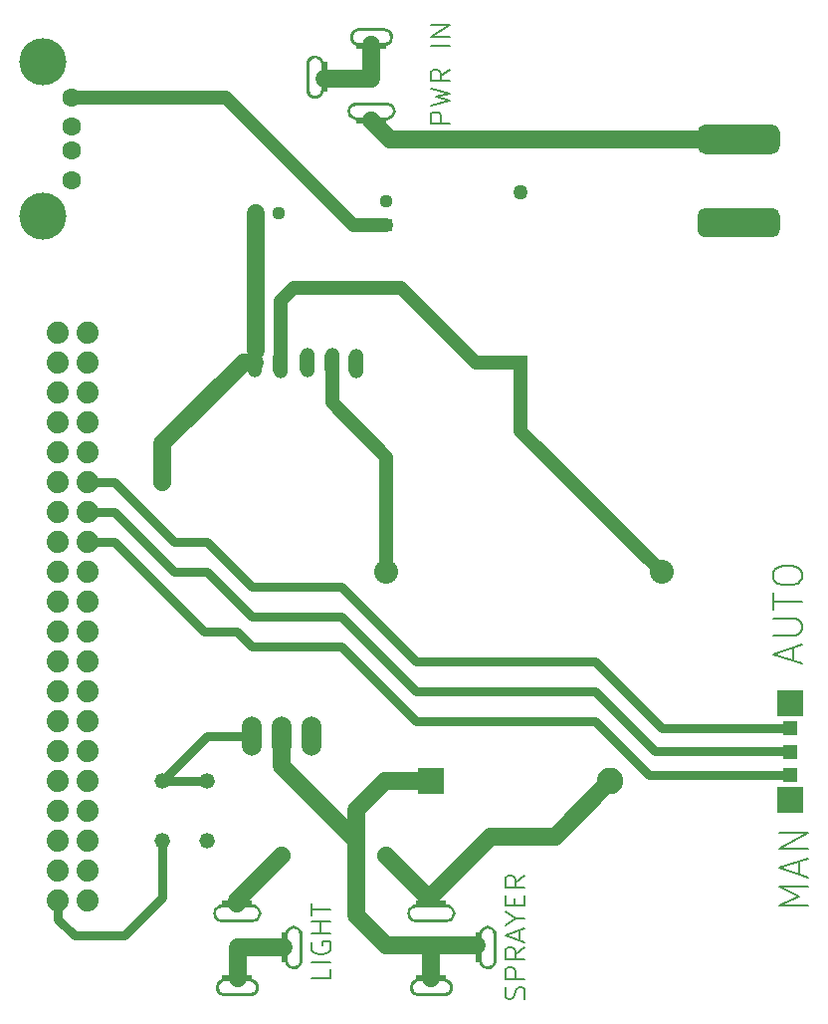
<source format=gtl>
G04 #@! TF.GenerationSoftware,KiCad,Pcbnew,(5.1.10)-1*
G04 #@! TF.CreationDate,2021-11-18T00:00:46-06:00*
G04 #@! TF.ProjectId,Kitty_Cannon_Schematic,4b697474-795f-4436-916e-6e6f6e5f5363,rev?*
G04 #@! TF.SameCoordinates,Original*
G04 #@! TF.FileFunction,Copper,L1,Top*
G04 #@! TF.FilePolarity,Positive*
%FSLAX46Y46*%
G04 Gerber Fmt 4.6, Leading zero omitted, Abs format (unit mm)*
G04 Created by KiCad (PCBNEW (5.1.10)-1) date 2021-11-18 00:00:46*
%MOMM*%
%LPD*%
G01*
G04 APERTURE LIST*
G04 #@! TA.AperFunction,NonConductor*
%ADD10C,0.203200*%
G04 #@! TD*
G04 #@! TA.AperFunction,NonConductor*
%ADD11C,0.142240*%
G04 #@! TD*
G04 #@! TA.AperFunction,EtchedComponent*
%ADD12C,0.100000*%
G04 #@! TD*
G04 #@! TA.AperFunction,ComponentPad*
%ADD13R,2.250000X2.250000*%
G04 #@! TD*
G04 #@! TA.AperFunction,ComponentPad*
%ADD14C,2.250000*%
G04 #@! TD*
G04 #@! TA.AperFunction,SMDPad,CuDef*
%ADD15R,2.500000X0.500000*%
G04 #@! TD*
G04 #@! TA.AperFunction,SMDPad,CuDef*
%ADD16R,0.500000X2.500000*%
G04 #@! TD*
G04 #@! TA.AperFunction,ComponentPad*
%ADD17C,2.032000*%
G04 #@! TD*
G04 #@! TA.AperFunction,ComponentPad*
%ADD18C,1.120000*%
G04 #@! TD*
G04 #@! TA.AperFunction,ComponentPad*
%ADD19R,1.120000X1.120000*%
G04 #@! TD*
G04 #@! TA.AperFunction,ComponentPad*
%ADD20C,1.320800*%
G04 #@! TD*
G04 #@! TA.AperFunction,ComponentPad*
%ADD21O,1.676400X3.352800*%
G04 #@! TD*
G04 #@! TA.AperFunction,ComponentPad*
%ADD22R,1.308000X1.308000*%
G04 #@! TD*
G04 #@! TA.AperFunction,ComponentPad*
%ADD23C,4.000000*%
G04 #@! TD*
G04 #@! TA.AperFunction,ComponentPad*
%ADD24C,1.600000*%
G04 #@! TD*
G04 #@! TA.AperFunction,ComponentPad*
%ADD25C,1.270000*%
G04 #@! TD*
G04 #@! TA.AperFunction,ComponentPad*
%ADD26R,1.270000X1.270000*%
G04 #@! TD*
G04 #@! TA.AperFunction,ComponentPad*
%ADD27O,1.270000X2.540000*%
G04 #@! TD*
G04 #@! TA.AperFunction,ComponentPad*
%ADD28C,1.879600*%
G04 #@! TD*
G04 #@! TA.AperFunction,ViaPad*
%ADD29C,0.756400*%
G04 #@! TD*
G04 #@! TA.AperFunction,ViaPad*
%ADD30C,0.800000*%
G04 #@! TD*
G04 #@! TA.AperFunction,ViaPad*
%ADD31C,1.524000*%
G04 #@! TD*
G04 #@! TA.AperFunction,Conductor*
%ADD32C,1.524000*%
G04 #@! TD*
G04 #@! TA.AperFunction,Conductor*
%ADD33C,0.406400*%
G04 #@! TD*
G04 #@! TA.AperFunction,Conductor*
%ADD34C,0.250000*%
G04 #@! TD*
G04 #@! TA.AperFunction,Conductor*
%ADD35C,0.762000*%
G04 #@! TD*
G04 #@! TA.AperFunction,Conductor*
%ADD36C,0.152400*%
G04 #@! TD*
G04 #@! TA.AperFunction,Conductor*
%ADD37C,1.143000*%
G04 #@! TD*
G04 APERTURE END LIST*
D10*
X184322115Y-138434596D02*
X181909115Y-138434596D01*
X183632686Y-137630262D01*
X181909115Y-136825929D01*
X184322115Y-136825929D01*
X183632686Y-135791786D02*
X183632686Y-134642739D01*
X184322115Y-136021596D02*
X181909115Y-135217262D01*
X184322115Y-134412929D01*
X184322115Y-133608596D02*
X181909115Y-133608596D01*
X184322115Y-132229739D01*
X181909115Y-132229739D01*
X183132306Y-117622440D02*
X183132306Y-116473393D01*
X183821735Y-117852250D02*
X181408735Y-117047917D01*
X183821735Y-116243583D01*
X181408735Y-115439250D02*
X183362116Y-115439250D01*
X183591925Y-115324345D01*
X183706830Y-115209440D01*
X183821735Y-114979631D01*
X183821735Y-114520012D01*
X183706830Y-114290202D01*
X183591925Y-114175298D01*
X183362116Y-114060393D01*
X181408735Y-114060393D01*
X181408735Y-113256060D02*
X181408735Y-111877202D01*
X183821735Y-112566631D02*
X181408735Y-112566631D01*
X181408735Y-110613250D02*
X181408735Y-110153631D01*
X181523640Y-109923821D01*
X181753449Y-109694012D01*
X182213068Y-109579107D01*
X183017401Y-109579107D01*
X183477020Y-109694012D01*
X183706830Y-109923821D01*
X183821735Y-110153631D01*
X183821735Y-110613250D01*
X183706830Y-110843060D01*
X183477020Y-111072869D01*
X183017401Y-111187774D01*
X182213068Y-111187774D01*
X181753449Y-111072869D01*
X181523640Y-110843060D01*
X181408735Y-110613250D01*
D11*
X153919766Y-71953289D02*
X152230666Y-71953289D01*
X152230666Y-71309822D01*
X152311100Y-71148956D01*
X152391533Y-71068522D01*
X152552400Y-70988089D01*
X152793700Y-70988089D01*
X152954566Y-71068522D01*
X153035000Y-71148956D01*
X153115433Y-71309822D01*
X153115433Y-71953289D01*
X152230666Y-70425056D02*
X153919766Y-70022889D01*
X152713266Y-69701156D01*
X153919766Y-69379422D01*
X152230666Y-68977256D01*
X153919766Y-67368589D02*
X153115433Y-67931622D01*
X153919766Y-68333789D02*
X152230666Y-68333789D01*
X152230666Y-67690322D01*
X152311100Y-67529456D01*
X152391533Y-67449022D01*
X152552400Y-67368589D01*
X152793700Y-67368589D01*
X152954566Y-67449022D01*
X153035000Y-67529456D01*
X153115433Y-67690322D01*
X153115433Y-68333789D01*
X153919766Y-65357756D02*
X152230666Y-65357756D01*
X153919766Y-64553422D02*
X152230666Y-64553422D01*
X153919766Y-63588222D01*
X152230666Y-63588222D01*
X160189333Y-146354122D02*
X160269766Y-146112822D01*
X160269766Y-145710656D01*
X160189333Y-145549789D01*
X160108900Y-145469356D01*
X159948033Y-145388922D01*
X159787166Y-145388922D01*
X159626300Y-145469356D01*
X159545866Y-145549789D01*
X159465433Y-145710656D01*
X159385000Y-146032389D01*
X159304566Y-146193256D01*
X159224133Y-146273689D01*
X159063266Y-146354122D01*
X158902400Y-146354122D01*
X158741533Y-146273689D01*
X158661100Y-146193256D01*
X158580666Y-146032389D01*
X158580666Y-145630222D01*
X158661100Y-145388922D01*
X160269766Y-144665022D02*
X158580666Y-144665022D01*
X158580666Y-144021556D01*
X158661100Y-143860689D01*
X158741533Y-143780256D01*
X158902400Y-143699822D01*
X159143700Y-143699822D01*
X159304566Y-143780256D01*
X159385000Y-143860689D01*
X159465433Y-144021556D01*
X159465433Y-144665022D01*
X160269766Y-142010722D02*
X159465433Y-142573756D01*
X160269766Y-142975922D02*
X158580666Y-142975922D01*
X158580666Y-142332456D01*
X158661100Y-142171589D01*
X158741533Y-142091156D01*
X158902400Y-142010722D01*
X159143700Y-142010722D01*
X159304566Y-142091156D01*
X159385000Y-142171589D01*
X159465433Y-142332456D01*
X159465433Y-142975922D01*
X159787166Y-141367256D02*
X159787166Y-140562922D01*
X160269766Y-141528122D02*
X158580666Y-140965089D01*
X160269766Y-140402056D01*
X159465433Y-139517289D02*
X160269766Y-139517289D01*
X158580666Y-140080322D02*
X159465433Y-139517289D01*
X158580666Y-138954256D01*
X159385000Y-138391222D02*
X159385000Y-137828189D01*
X160269766Y-137586889D02*
X160269766Y-138391222D01*
X158580666Y-138391222D01*
X158580666Y-137586889D01*
X160269766Y-135897789D02*
X159465433Y-136460822D01*
X160269766Y-136862989D02*
X158580666Y-136862989D01*
X158580666Y-136219522D01*
X158661100Y-136058656D01*
X158741533Y-135978222D01*
X158902400Y-135897789D01*
X159143700Y-135897789D01*
X159304566Y-135978222D01*
X159385000Y-136058656D01*
X159465433Y-136219522D01*
X159465433Y-136862989D01*
X143759766Y-143826822D02*
X143759766Y-144631156D01*
X142070666Y-144631156D01*
X143759766Y-143263789D02*
X142070666Y-143263789D01*
X142151100Y-141574689D02*
X142070666Y-141735556D01*
X142070666Y-141976856D01*
X142151100Y-142218156D01*
X142311966Y-142379022D01*
X142472833Y-142459456D01*
X142794566Y-142539889D01*
X143035866Y-142539889D01*
X143357600Y-142459456D01*
X143518466Y-142379022D01*
X143679333Y-142218156D01*
X143759766Y-141976856D01*
X143759766Y-141815989D01*
X143679333Y-141574689D01*
X143598900Y-141494256D01*
X143035866Y-141494256D01*
X143035866Y-141815989D01*
X143759766Y-140770356D02*
X142070666Y-140770356D01*
X142875000Y-140770356D02*
X142875000Y-139805156D01*
X143759766Y-139805156D02*
X142070666Y-139805156D01*
X142070666Y-139242122D02*
X142070666Y-138276922D01*
X143759766Y-138759522D02*
X142070666Y-138759522D01*
D12*
G36*
X147231100Y-65113600D02*
G01*
X147231100Y-65363600D01*
X148331100Y-65363600D01*
X148331099Y-65363600D01*
X148525214Y-65338045D01*
X148706100Y-65263119D01*
X148861430Y-65143931D01*
X148980619Y-64988600D01*
X149081100Y-64613600D01*
X149055544Y-64419486D01*
X148980619Y-64238600D01*
X148861430Y-64083270D01*
X148706100Y-63964081D01*
X148331100Y-63863600D01*
X147231100Y-63863600D01*
X147231100Y-64113600D01*
X148331100Y-64113600D01*
X148485608Y-64138072D01*
X148624993Y-64209092D01*
X148735608Y-64319707D01*
X148831100Y-64613600D01*
X148831100Y-64613599D01*
X148806628Y-64768107D01*
X148735608Y-64907492D01*
X148624993Y-65018107D01*
X148331100Y-65113600D01*
X147231100Y-65113600D01*
G37*
G36*
X147231100Y-64113600D02*
G01*
X147231100Y-63863600D01*
X146131100Y-63863600D01*
X145936986Y-63889156D01*
X145756100Y-63964081D01*
X145600770Y-64083270D01*
X145481581Y-64238600D01*
X145406656Y-64419486D01*
X145381100Y-64613600D01*
X145381100Y-64613599D01*
X145406656Y-64807713D01*
X145481581Y-64988599D01*
X145600770Y-65143929D01*
X145756100Y-65263118D01*
X145936986Y-65338043D01*
X146131100Y-65363600D01*
X147231100Y-65363600D01*
X147231100Y-65113600D01*
X146131100Y-65113600D01*
X146131101Y-65113600D01*
X145976592Y-65089129D01*
X145837208Y-65018109D01*
X145726591Y-64907493D01*
X145655571Y-64768109D01*
X145631100Y-64613600D01*
X145655572Y-64459092D01*
X145726592Y-64319707D01*
X145837207Y-64209092D01*
X146131100Y-64113600D01*
X147231100Y-64113600D01*
G37*
G36*
X142931100Y-68013600D02*
G01*
X143181100Y-68013600D01*
X143181100Y-66913600D01*
X143155544Y-66719486D01*
X143080619Y-66538600D01*
X142961430Y-66383270D01*
X142806100Y-66264081D01*
X142431100Y-66163600D01*
X142236986Y-66189156D01*
X142056100Y-66264081D01*
X141900770Y-66383270D01*
X141781581Y-66538600D01*
X141706656Y-66719486D01*
X141681100Y-66913600D01*
X141681100Y-68013600D01*
X141931100Y-68013600D01*
X141931100Y-66913600D01*
X141955572Y-66759092D01*
X142026592Y-66619707D01*
X142137207Y-66509092D01*
X142431100Y-66413600D01*
X142585608Y-66438072D01*
X142724993Y-66509092D01*
X142835608Y-66619707D01*
X142931100Y-66913600D01*
X142931100Y-68013600D01*
G37*
G36*
X141931100Y-68013600D02*
G01*
X141681100Y-68013600D01*
X141681100Y-69113600D01*
X141706656Y-69307714D01*
X141781581Y-69488600D01*
X141900770Y-69643930D01*
X142056100Y-69763119D01*
X142236986Y-69838044D01*
X142431100Y-69863600D01*
X142625214Y-69838044D01*
X142806100Y-69763119D01*
X142961430Y-69643930D01*
X143080619Y-69488600D01*
X143155544Y-69307714D01*
X143181100Y-69113600D01*
X143181100Y-68013600D01*
X142931100Y-68013600D01*
X142931100Y-69113600D01*
X142906628Y-69268108D01*
X142835608Y-69407493D01*
X142724993Y-69518108D01*
X142431100Y-69613600D01*
X142276592Y-69589128D01*
X142137207Y-69518108D01*
X142026592Y-69407493D01*
X141931100Y-69113600D01*
X141931100Y-68013600D01*
G37*
G36*
X147231100Y-71413600D02*
G01*
X147231100Y-71663600D01*
X148531100Y-71663600D01*
X148725214Y-71638044D01*
X148906100Y-71563119D01*
X149061430Y-71443930D01*
X149180619Y-71288600D01*
X149255544Y-71107714D01*
X149281100Y-70913600D01*
X149255544Y-70719486D01*
X149180619Y-70538600D01*
X149061430Y-70383270D01*
X148906100Y-70264081D01*
X148531100Y-70163600D01*
X147231100Y-70163600D01*
X147231100Y-70413600D01*
X148531100Y-70413600D01*
X148685608Y-70438072D01*
X148824993Y-70509092D01*
X148935608Y-70619707D01*
X149031100Y-70913600D01*
X149006628Y-71068108D01*
X148935608Y-71207493D01*
X148824993Y-71318108D01*
X148531100Y-71413600D01*
X147231100Y-71413600D01*
G37*
G36*
X147231100Y-70413600D02*
G01*
X147231100Y-70163600D01*
X145931100Y-70163600D01*
X145736986Y-70189156D01*
X145556100Y-70264081D01*
X145400770Y-70383270D01*
X145281581Y-70538600D01*
X145206656Y-70719486D01*
X145181100Y-70913600D01*
X145206656Y-71107714D01*
X145281581Y-71288600D01*
X145400770Y-71443930D01*
X145556100Y-71563119D01*
X145736986Y-71638044D01*
X145931100Y-71663600D01*
X147231100Y-71663600D01*
X147231100Y-71413600D01*
X145931100Y-71413600D01*
X145776592Y-71389128D01*
X145637207Y-71318108D01*
X145526592Y-71207493D01*
X145431100Y-70913600D01*
X145455572Y-70759092D01*
X145526592Y-70619707D01*
X145637207Y-70509092D01*
X145931100Y-70413600D01*
X147231100Y-70413600D01*
G37*
G36*
X135801100Y-144893600D02*
G01*
X135801100Y-144643600D01*
X134701100Y-144643600D01*
X134701101Y-144643600D01*
X134506986Y-144669155D01*
X134326100Y-144744081D01*
X134170770Y-144863269D01*
X134051581Y-145018600D01*
X133951100Y-145393600D01*
X133976656Y-145587714D01*
X134051581Y-145768600D01*
X134170770Y-145923930D01*
X134326100Y-146043119D01*
X134701100Y-146143600D01*
X135801100Y-146143600D01*
X135801100Y-145893600D01*
X134701100Y-145893600D01*
X134546592Y-145869128D01*
X134407207Y-145798108D01*
X134296592Y-145687493D01*
X134201100Y-145393600D01*
X134201100Y-145393601D01*
X134225572Y-145239093D01*
X134296592Y-145099708D01*
X134407207Y-144989093D01*
X134701100Y-144893600D01*
X135801100Y-144893600D01*
G37*
G36*
X135801100Y-145893600D02*
G01*
X135801100Y-146143600D01*
X136901100Y-146143600D01*
X137095214Y-146118044D01*
X137276100Y-146043119D01*
X137431430Y-145923930D01*
X137550619Y-145768600D01*
X137625544Y-145587714D01*
X137651100Y-145393600D01*
X137651100Y-145393601D01*
X137625544Y-145199487D01*
X137550619Y-145018601D01*
X137431430Y-144863271D01*
X137276100Y-144744082D01*
X137095214Y-144669157D01*
X136901100Y-144643600D01*
X135801100Y-144643600D01*
X135801100Y-144893600D01*
X136901100Y-144893600D01*
X136901099Y-144893600D01*
X137055608Y-144918071D01*
X137194992Y-144989091D01*
X137305609Y-145099707D01*
X137376629Y-145239091D01*
X137401100Y-145393600D01*
X137376628Y-145548108D01*
X137305608Y-145687493D01*
X137194993Y-145798108D01*
X136901100Y-145893600D01*
X135801100Y-145893600D01*
G37*
G36*
X140101100Y-141993600D02*
G01*
X139851100Y-141993600D01*
X139851100Y-143093600D01*
X139876656Y-143287714D01*
X139951581Y-143468600D01*
X140070770Y-143623930D01*
X140226100Y-143743119D01*
X140601100Y-143843600D01*
X140795214Y-143818044D01*
X140976100Y-143743119D01*
X141131430Y-143623930D01*
X141250619Y-143468600D01*
X141325544Y-143287714D01*
X141351100Y-143093600D01*
X141351100Y-141993600D01*
X141101100Y-141993600D01*
X141101100Y-143093600D01*
X141076628Y-143248108D01*
X141005608Y-143387493D01*
X140894993Y-143498108D01*
X140601100Y-143593600D01*
X140446592Y-143569128D01*
X140307207Y-143498108D01*
X140196592Y-143387493D01*
X140101100Y-143093600D01*
X140101100Y-141993600D01*
G37*
G36*
X141101100Y-141993600D02*
G01*
X141351100Y-141993600D01*
X141351100Y-140893600D01*
X141325544Y-140699486D01*
X141250619Y-140518600D01*
X141131430Y-140363270D01*
X140976100Y-140244081D01*
X140795214Y-140169156D01*
X140601100Y-140143600D01*
X140406986Y-140169156D01*
X140226100Y-140244081D01*
X140070770Y-140363270D01*
X139951581Y-140518600D01*
X139876656Y-140699486D01*
X139851100Y-140893600D01*
X139851100Y-141993600D01*
X140101100Y-141993600D01*
X140101100Y-140893600D01*
X140125572Y-140739092D01*
X140196592Y-140599707D01*
X140307207Y-140489092D01*
X140601100Y-140393600D01*
X140755608Y-140418072D01*
X140894993Y-140489092D01*
X141005608Y-140599707D01*
X141101100Y-140893600D01*
X141101100Y-141993600D01*
G37*
G36*
X135801100Y-138593600D02*
G01*
X135801100Y-138343600D01*
X134501100Y-138343600D01*
X134306986Y-138369156D01*
X134126100Y-138444081D01*
X133970770Y-138563270D01*
X133851581Y-138718600D01*
X133776656Y-138899486D01*
X133751100Y-139093600D01*
X133776656Y-139287714D01*
X133851581Y-139468600D01*
X133970770Y-139623930D01*
X134126100Y-139743119D01*
X134501100Y-139843600D01*
X135801100Y-139843600D01*
X135801100Y-139593600D01*
X134501100Y-139593600D01*
X134346592Y-139569128D01*
X134207207Y-139498108D01*
X134096592Y-139387493D01*
X134001100Y-139093600D01*
X134025572Y-138939092D01*
X134096592Y-138799707D01*
X134207207Y-138689092D01*
X134501100Y-138593600D01*
X135801100Y-138593600D01*
G37*
G36*
X135801100Y-139593600D02*
G01*
X135801100Y-139843600D01*
X137101100Y-139843600D01*
X137295214Y-139818044D01*
X137476100Y-139743119D01*
X137631430Y-139623930D01*
X137750619Y-139468600D01*
X137825544Y-139287714D01*
X137851100Y-139093600D01*
X137825544Y-138899486D01*
X137750619Y-138718600D01*
X137631430Y-138563270D01*
X137476100Y-138444081D01*
X137295214Y-138369156D01*
X137101100Y-138343600D01*
X135801100Y-138343600D01*
X135801100Y-138593600D01*
X137101100Y-138593600D01*
X137255608Y-138618072D01*
X137394993Y-138689092D01*
X137505608Y-138799707D01*
X137601100Y-139093600D01*
X137576628Y-139248108D01*
X137505608Y-139387493D01*
X137394993Y-139498108D01*
X137101100Y-139593600D01*
X135801100Y-139593600D01*
G37*
G36*
X152311100Y-144893600D02*
G01*
X152311100Y-144643600D01*
X151211100Y-144643600D01*
X151211101Y-144643600D01*
X151016986Y-144669155D01*
X150836100Y-144744081D01*
X150680770Y-144863269D01*
X150561581Y-145018600D01*
X150461100Y-145393600D01*
X150486656Y-145587714D01*
X150561581Y-145768600D01*
X150680770Y-145923930D01*
X150836100Y-146043119D01*
X151211100Y-146143600D01*
X152311100Y-146143600D01*
X152311100Y-145893600D01*
X151211100Y-145893600D01*
X151056592Y-145869128D01*
X150917207Y-145798108D01*
X150806592Y-145687493D01*
X150711100Y-145393600D01*
X150711100Y-145393601D01*
X150735572Y-145239093D01*
X150806592Y-145099708D01*
X150917207Y-144989093D01*
X151211100Y-144893600D01*
X152311100Y-144893600D01*
G37*
G36*
X152311100Y-145893600D02*
G01*
X152311100Y-146143600D01*
X153411100Y-146143600D01*
X153605214Y-146118044D01*
X153786100Y-146043119D01*
X153941430Y-145923930D01*
X154060619Y-145768600D01*
X154135544Y-145587714D01*
X154161100Y-145393600D01*
X154161100Y-145393601D01*
X154135544Y-145199487D01*
X154060619Y-145018601D01*
X153941430Y-144863271D01*
X153786100Y-144744082D01*
X153605214Y-144669157D01*
X153411100Y-144643600D01*
X152311100Y-144643600D01*
X152311100Y-144893600D01*
X153411100Y-144893600D01*
X153411099Y-144893600D01*
X153565608Y-144918071D01*
X153704992Y-144989091D01*
X153815609Y-145099707D01*
X153886629Y-145239091D01*
X153911100Y-145393600D01*
X153886628Y-145548108D01*
X153815608Y-145687493D01*
X153704993Y-145798108D01*
X153411100Y-145893600D01*
X152311100Y-145893600D01*
G37*
G36*
X156611100Y-141993600D02*
G01*
X156361100Y-141993600D01*
X156361100Y-143093600D01*
X156386656Y-143287714D01*
X156461581Y-143468600D01*
X156580770Y-143623930D01*
X156736100Y-143743119D01*
X157111100Y-143843600D01*
X157305214Y-143818044D01*
X157486100Y-143743119D01*
X157641430Y-143623930D01*
X157760619Y-143468600D01*
X157835544Y-143287714D01*
X157861100Y-143093600D01*
X157861100Y-141993600D01*
X157611100Y-141993600D01*
X157611100Y-143093600D01*
X157586628Y-143248108D01*
X157515608Y-143387493D01*
X157404993Y-143498108D01*
X157111100Y-143593600D01*
X156956592Y-143569128D01*
X156817207Y-143498108D01*
X156706592Y-143387493D01*
X156611100Y-143093600D01*
X156611100Y-141993600D01*
G37*
G36*
X157611100Y-141993600D02*
G01*
X157861100Y-141993600D01*
X157861100Y-140893600D01*
X157835544Y-140699486D01*
X157760619Y-140518600D01*
X157641430Y-140363270D01*
X157486100Y-140244081D01*
X157305214Y-140169156D01*
X157111100Y-140143600D01*
X156916986Y-140169156D01*
X156736100Y-140244081D01*
X156580770Y-140363270D01*
X156461581Y-140518600D01*
X156386656Y-140699486D01*
X156361100Y-140893600D01*
X156361100Y-141993600D01*
X156611100Y-141993600D01*
X156611100Y-140893600D01*
X156635572Y-140739092D01*
X156706592Y-140599707D01*
X156817207Y-140489092D01*
X157111100Y-140393600D01*
X157265608Y-140418072D01*
X157404993Y-140489092D01*
X157515608Y-140599707D01*
X157611100Y-140893600D01*
X157611100Y-141993600D01*
G37*
G36*
X152311100Y-138593600D02*
G01*
X152311100Y-138343600D01*
X151011100Y-138343600D01*
X150816986Y-138369156D01*
X150636100Y-138444081D01*
X150480770Y-138563270D01*
X150361581Y-138718600D01*
X150286656Y-138899486D01*
X150261100Y-139093600D01*
X150286656Y-139287714D01*
X150361581Y-139468600D01*
X150480770Y-139623930D01*
X150636100Y-139743119D01*
X151011100Y-139843600D01*
X152311100Y-139843600D01*
X152311100Y-139593600D01*
X151011100Y-139593600D01*
X150856592Y-139569128D01*
X150717207Y-139498108D01*
X150606592Y-139387493D01*
X150511100Y-139093600D01*
X150535572Y-138939092D01*
X150606592Y-138799707D01*
X150717207Y-138689092D01*
X151011100Y-138593600D01*
X152311100Y-138593600D01*
G37*
G36*
X152311100Y-139593600D02*
G01*
X152311100Y-139843600D01*
X153611100Y-139843600D01*
X153805214Y-139818044D01*
X153986100Y-139743119D01*
X154141430Y-139623930D01*
X154260619Y-139468600D01*
X154335544Y-139287714D01*
X154361100Y-139093600D01*
X154335544Y-138899486D01*
X154260619Y-138718600D01*
X154141430Y-138563270D01*
X153986100Y-138444081D01*
X153805214Y-138369156D01*
X153611100Y-138343600D01*
X152311100Y-138343600D01*
X152311100Y-138593600D01*
X153611100Y-138593600D01*
X153765608Y-138618072D01*
X153904993Y-138689092D01*
X154015608Y-138799707D01*
X154111100Y-139093600D01*
X154086628Y-139248108D01*
X154015608Y-139387493D01*
X153904993Y-139498108D01*
X153611100Y-139593600D01*
X152311100Y-139593600D01*
G37*
D13*
X152311100Y-127863600D03*
D14*
X167551100Y-127863600D03*
D15*
X147231100Y-65363600D03*
D16*
X143181100Y-68013600D03*
D15*
X147231100Y-71713600D03*
X135801100Y-144643600D03*
D16*
X139851100Y-141993600D03*
D15*
X135801100Y-138293600D03*
D17*
X171894500Y-110083600D03*
X148501100Y-110083600D03*
D18*
X148501100Y-78603600D03*
D19*
X148501100Y-80603600D03*
D18*
X139341100Y-79603600D03*
D19*
X137341100Y-79603600D03*
D20*
X133261100Y-132943600D03*
X133261100Y-127863600D03*
X129451100Y-132943600D03*
X129451100Y-127863600D03*
D21*
X142151100Y-124053600D03*
X139611100Y-124053600D03*
X137071100Y-124053600D03*
D13*
X182846980Y-121246460D03*
X182846980Y-129446460D03*
D22*
X182846980Y-127346460D03*
X182846980Y-123346460D03*
X182846980Y-125346460D03*
D23*
X119291100Y-79823600D03*
X119291100Y-66683600D03*
D24*
X121691100Y-76753600D03*
X121691100Y-74253600D03*
X121691100Y-72253600D03*
X121691100Y-69753600D03*
D25*
X159931100Y-77774800D03*
D26*
X159931100Y-92303600D03*
D27*
X145917920Y-92339160D03*
X143865600Y-92313760D03*
X141745100Y-92303600D03*
X139512040Y-92344240D03*
X137320020Y-92293440D03*
D28*
X120561100Y-138023600D03*
X123101100Y-138023600D03*
X120561100Y-135483600D03*
X123101100Y-135483600D03*
X120561100Y-132943600D03*
X123101100Y-132943600D03*
X120561100Y-130403600D03*
X123101100Y-130403600D03*
X120561100Y-127863600D03*
X123101100Y-127863600D03*
X120561100Y-125323600D03*
X123101100Y-125323600D03*
X120561100Y-122783600D03*
X123101100Y-122783600D03*
X120561100Y-120243600D03*
X123101100Y-120243600D03*
X120561100Y-117703600D03*
X123101100Y-117703600D03*
X120561100Y-115163600D03*
X123101100Y-115163600D03*
X120561100Y-112623600D03*
X123101100Y-112623600D03*
X120561100Y-110083600D03*
X123101100Y-110083600D03*
X120561100Y-107543600D03*
X123101100Y-107543600D03*
X120561100Y-105003600D03*
X123101100Y-105003600D03*
X120561100Y-102463600D03*
X123101100Y-102463600D03*
X120561100Y-99923600D03*
X123101100Y-99923600D03*
X120561100Y-97383600D03*
X123101100Y-97383600D03*
X120561100Y-94843600D03*
X123101100Y-94843600D03*
X120561100Y-92303600D03*
X123101100Y-92303600D03*
X120561100Y-89763600D03*
X123101100Y-89763600D03*
G04 #@! TA.AperFunction,ComponentPad*
G36*
G01*
X175575240Y-72049320D02*
X181325240Y-72049320D01*
G75*
G02*
X181950240Y-72674320I0J-625000D01*
G01*
X181950240Y-73924320D01*
G75*
G02*
X181325240Y-74549320I-625000J0D01*
G01*
X175575240Y-74549320D01*
G75*
G02*
X174950240Y-73924320I0J625000D01*
G01*
X174950240Y-72674320D01*
G75*
G02*
X175575240Y-72049320I625000J0D01*
G01*
G37*
G04 #@! TD.AperFunction*
G04 #@! TA.AperFunction,ComponentPad*
G36*
G01*
X175575240Y-79149320D02*
X181325240Y-79149320D01*
G75*
G02*
X181950240Y-79774320I0J-625000D01*
G01*
X181950240Y-81024320D01*
G75*
G02*
X181325240Y-81649320I-625000J0D01*
G01*
X175575240Y-81649320D01*
G75*
G02*
X174950240Y-81024320I0J625000D01*
G01*
X174950240Y-79774320D01*
G75*
G02*
X175575240Y-79149320I625000J0D01*
G01*
G37*
G04 #@! TD.AperFunction*
D15*
X152311100Y-138293600D03*
D16*
X156361100Y-141993600D03*
D15*
X152311100Y-144643600D03*
D29*
X147231100Y-68173600D03*
D30*
X135826500Y-141970760D03*
D31*
X148501100Y-134213600D03*
X139611100Y-134213600D03*
X129451100Y-102463600D03*
D32*
X147231100Y-68173600D02*
X147231100Y-65263600D01*
X147231100Y-68173600D02*
X143191100Y-68173600D01*
D33*
X143031100Y-68013600D02*
X143191100Y-68173600D01*
D34*
X139775850Y-141970760D02*
X139798690Y-141993600D01*
D32*
X135826500Y-141970760D02*
X139775850Y-141970760D01*
D34*
X135826500Y-144565790D02*
X135801100Y-144591190D01*
D32*
X135826500Y-141970760D02*
X135826500Y-144565790D01*
D35*
X129451100Y-132943600D02*
X129451100Y-137708099D01*
X120561100Y-138023600D02*
X120561100Y-139611100D01*
X120561100Y-139611100D02*
X121920000Y-140970000D01*
X126189199Y-140970000D02*
X129451100Y-137708099D01*
X121920000Y-140970000D02*
X126189199Y-140970000D01*
X182824120Y-127323600D02*
X182846980Y-127346460D01*
X170821100Y-127323600D02*
X182824120Y-127323600D01*
X166281100Y-122783600D02*
X170821100Y-127323600D01*
X151041100Y-122783600D02*
X166281100Y-122783600D01*
X144691100Y-116433600D02*
X151041100Y-122783600D01*
X137071100Y-116433600D02*
X144691100Y-116433600D01*
X135801100Y-115163600D02*
X137071100Y-116433600D01*
X132943600Y-115163600D02*
X135801100Y-115163600D01*
X125323600Y-107543600D02*
X132943600Y-115163600D01*
X123101100Y-107543600D02*
X125323600Y-107543600D01*
X182824120Y-125323600D02*
X182846980Y-125346460D01*
X166281100Y-120243600D02*
X171361100Y-125323600D01*
X144691100Y-113893600D02*
X151041100Y-120243600D01*
X137071100Y-113893600D02*
X144691100Y-113893600D01*
X133261100Y-110083600D02*
X137071100Y-113893600D01*
X151041100Y-120243600D02*
X166281100Y-120243600D01*
X130403600Y-110083600D02*
X133261100Y-110083600D01*
X125323600Y-105003600D02*
X130403600Y-110083600D01*
X171361100Y-125323600D02*
X182824120Y-125323600D01*
X123101100Y-105003600D02*
X125323600Y-105003600D01*
X182824120Y-123323600D02*
X182846980Y-123346460D01*
X151041100Y-117703600D02*
X166281100Y-117703600D01*
X166281100Y-117703600D02*
X171901100Y-123323600D01*
X144691100Y-111353600D02*
X151041100Y-117703600D01*
X171901100Y-123323600D02*
X182824120Y-123323600D01*
X137071100Y-111353600D02*
X144691100Y-111353600D01*
X133261100Y-107543600D02*
X137071100Y-111353600D01*
X130403600Y-107543600D02*
X133261100Y-107543600D01*
X125323600Y-102463600D02*
X130403600Y-107543600D01*
X123101100Y-102463600D02*
X125323600Y-102463600D01*
D32*
X178442620Y-73291700D02*
X178450240Y-73299320D01*
X148806790Y-73291700D02*
X178442620Y-73291700D01*
X147231100Y-71716010D02*
X148806790Y-73291700D01*
X137341100Y-79603600D02*
X137341100Y-91303600D01*
X129451100Y-102463600D02*
X129451100Y-99923600D01*
X129451100Y-99923600D02*
X129451100Y-99169220D01*
X136326880Y-92293440D02*
X137320020Y-92293440D01*
X129451100Y-99169220D02*
X136326880Y-92293440D01*
D34*
X152311100Y-138023600D02*
X152311100Y-138291190D01*
X152313510Y-138291190D02*
X152311100Y-138291190D01*
D32*
X135801100Y-138023600D02*
X135801100Y-138291190D01*
X139611100Y-134213600D02*
X135801100Y-138023600D01*
X162840510Y-132574190D02*
X167551100Y-127863600D01*
X152311100Y-137654190D02*
X157391100Y-132574190D01*
X157391100Y-132574190D02*
X162840510Y-132574190D01*
X151941690Y-137654190D02*
X152311100Y-137654190D01*
X148501100Y-134213600D02*
X151941690Y-137654190D01*
D36*
X156511100Y-141993600D02*
X156351100Y-141833600D01*
D32*
X148501100Y-141833600D02*
X145961100Y-139293600D01*
X145961100Y-139293600D02*
X145961100Y-132943600D01*
X145961100Y-132943600D02*
X139611100Y-126593600D01*
X139611100Y-126593600D02*
X139611100Y-124053600D01*
X148501100Y-141833600D02*
X152267920Y-141833600D01*
D34*
X156201100Y-141833600D02*
X156308690Y-141941190D01*
D32*
X152267920Y-141833600D02*
X156201100Y-141833600D01*
X152267920Y-144591190D02*
X152311100Y-144591190D01*
X152267920Y-141833600D02*
X152267920Y-144591190D01*
X145961100Y-132943600D02*
X145961100Y-130268980D01*
X148366480Y-127863600D02*
X152311100Y-127863600D01*
X145961100Y-130268980D02*
X148366480Y-127863600D01*
D37*
X148501100Y-110083600D02*
X148501100Y-101193600D01*
X121691100Y-69753600D02*
X134841100Y-69753600D01*
X145691100Y-80603600D02*
X148501100Y-80603600D01*
X134841100Y-69753600D02*
X145691100Y-80603600D01*
X148501100Y-101193600D02*
X148501100Y-100296980D01*
X143865600Y-95661480D02*
X143865600Y-92313760D01*
X148501100Y-100296980D02*
X143865600Y-95661480D01*
D35*
X129451100Y-127863600D02*
X133261100Y-124053600D01*
X133261100Y-124053600D02*
X137071100Y-124053600D01*
X133261100Y-127863600D02*
X129451100Y-127863600D01*
D37*
X171894500Y-110083600D02*
X159931100Y-98120200D01*
X159931100Y-98120200D02*
X159931100Y-92303600D01*
X140881100Y-85953600D02*
X149771100Y-85953600D01*
X156121100Y-92303600D02*
X159931100Y-92303600D01*
X149771100Y-85953600D02*
X156121100Y-92303600D01*
X140881100Y-85953600D02*
X140553440Y-85953600D01*
X139512040Y-86995000D02*
X139512040Y-92344240D01*
X140553440Y-85953600D02*
X139512040Y-86995000D01*
M02*

</source>
